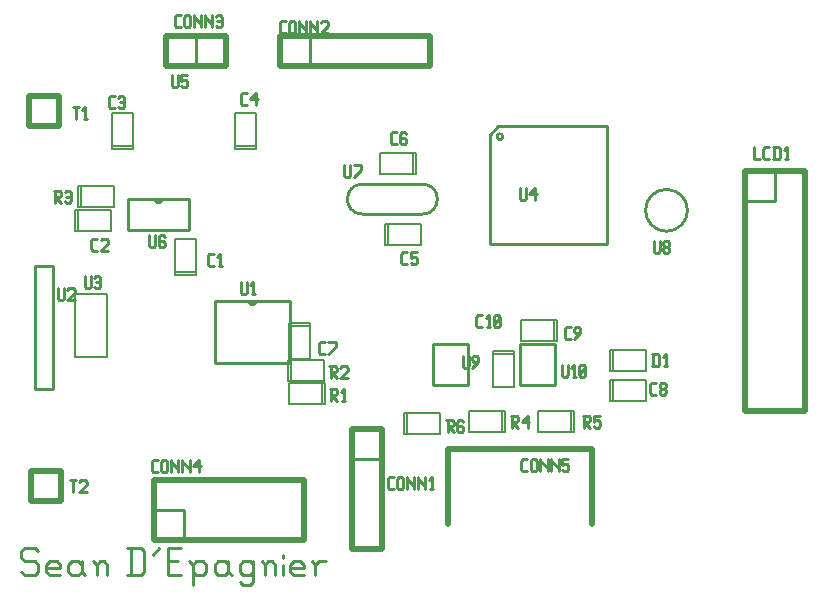
<source format=gbr>
G04 start of page 7 for group -4079 idx -4079
G04 Title: (unknown), topsilk *
G04 Creator: pcb 20070208 *
G04 CreationDate: Fri Sep 21 18:13:03 2007 UTC *
G04 For: sean *
G04 Format: Gerber/RS-274X *
G04 PCB-Dimensions: 266220 195850 *
G04 PCB-Coordinate-Origin: lower left *
%MOIN*%
%FSLAX24Y24*%
%LNFRONTSILK*%
%ADD11C,0.0100*%
%ADD21C,0.0200*%
%ADD44C,0.0080*%
%ADD45C,0.0060*%
G54D11*X544Y1338D02*X657Y1224D01*
X203Y1338D02*X544D01*
X90Y1224D02*X203Y1338D01*
X90Y1224D02*Y997D01*
X203Y884D01*
X544D01*
X657Y770D01*
Y543D01*
X544Y430D02*X657Y543D01*
X203Y430D02*X544D01*
X90Y543D02*X203Y430D01*
X1043D02*X1384D01*
X930Y543D02*X1043Y430D01*
X930Y770D02*Y543D01*
Y770D02*X1043Y884D01*
X1270D01*
X1384Y770D01*
X930Y657D02*X1384D01*
Y770D02*Y657D01*
X1997Y884D02*X2110Y770D01*
X1770Y884D02*X1997D01*
X1656Y770D02*X1770Y884D01*
X1656Y770D02*Y543D01*
X1770Y430D01*
X2110Y884D02*Y543D01*
X2224Y430D01*
X1770D02*X1997D01*
X2110Y543D01*
X2610Y770D02*Y430D01*
Y770D02*X2723Y884D01*
X2837D01*
X2950Y770D01*
Y430D01*
X2496Y884D02*X2610Y770D01*
X3745Y1338D02*Y430D01*
X4086Y1338D02*X4199Y1224D01*
Y543D01*
X4086Y430D02*X4199Y543D01*
X3632Y430D02*X4086D01*
X3632Y1338D02*X4086D01*
X4472Y1111D02*X4699Y1338D01*
X4971Y884D02*X5312D01*
X4971Y430D02*X5425D01*
X4971Y1338D02*Y430D01*
Y1338D02*X5425D01*
X5811Y770D02*Y89D01*
X5698Y884D02*X5811Y770D01*
X5925Y884D01*
X6152D01*
X6265Y770D01*
Y543D01*
X6152Y430D02*X6265Y543D01*
X5925Y430D02*X6152D01*
X5811Y543D02*X5925Y430D01*
X6879Y884D02*X6992Y770D01*
X6652Y884D02*X6879D01*
X6538Y770D02*X6652Y884D01*
X6538Y770D02*Y543D01*
X6652Y430D01*
X6992Y884D02*Y543D01*
X7106Y430D01*
X6652D02*X6879D01*
X6992Y543D01*
X7719Y884D02*X7832Y770D01*
X7492Y884D02*X7719D01*
X7378Y770D02*X7492Y884D01*
X7378Y770D02*Y543D01*
X7492Y430D01*
X7719D01*
X7832Y543D01*
X7378Y203D02*X7492Y89D01*
X7719D01*
X7832Y203D01*
Y884D02*Y203D01*
X8218Y770D02*Y430D01*
Y770D02*X8332Y884D01*
X8445D01*
X8559Y770D01*
Y430D01*
X8105Y884D02*X8218Y770D01*
X8831Y1111D02*Y997D01*
Y770D02*Y430D01*
X9172D02*X9513D01*
X9059Y543D02*X9172Y430D01*
X9059Y770D02*Y543D01*
Y770D02*X9172Y884D01*
X9399D01*
X9513Y770D01*
X9059Y657D02*X9513D01*
Y770D02*Y657D01*
X9899Y770D02*Y430D01*
Y770D02*X10012Y884D01*
X10239D01*
X9785D02*X9899Y770D01*
X1150Y10735D02*X550D01*
X1150Y6635D02*Y10735D01*
X550Y6635D02*X1150D01*
X550Y10735D02*Y6635D01*
G54D44*X1974Y12581D02*Y11881D01*
X3074Y12581D02*X1874D01*
X3074Y11881D02*Y12581D01*
X1874Y11881D02*X3074D01*
X1874Y12581D02*Y11881D01*
X5200Y10535D02*X5900D01*
X5200Y11635D02*Y10435D01*
Y11635D02*X5900D01*
Y10435D01*
X5200D02*X5900D01*
G54D11*X3644Y11931D02*Y12951D01*
X5694Y11931D02*X3644D01*
X5694Y12951D02*Y11931D01*
X4544Y12951D02*X5694D01*
X3644D02*X4784D01*
X4544D02*G75*G03X4784Y12951I120J0D01*G01*
G54D44*X2074Y13381D02*Y12681D01*
X3174Y13381D02*X1974D01*
X3174Y12681D02*Y13381D01*
X1974Y12681D02*X3174D01*
X1974Y13381D02*Y12681D01*
G54D11*X5900Y17385D02*X6900D01*
X5900Y18385D02*Y17385D01*
G54D21*X6900Y18385D02*Y17385D01*
X4900D02*X6900D01*
X4900Y18385D02*Y17385D01*
Y18385D02*X6900D01*
G54D45*X1885Y7710D02*X2948D01*
Y9796D02*Y7710D01*
X1885Y9796D02*X2948D01*
X1885D02*Y7710D01*
G54D44*X18400Y5885D02*Y5185D01*
X17300D02*X18500D01*
X17300Y5885D02*Y5185D01*
Y5885D02*X18500D01*
Y5185D01*
X12950Y5835D02*Y5135D01*
X14050Y5835D02*X12850D01*
X14050Y5135D02*Y5835D01*
X12850Y5135D02*X14050D01*
X12850Y5835D02*Y5135D01*
X19800Y7935D02*Y7235D01*
X20900Y7935D02*X19700D01*
X20900Y7235D02*Y7935D01*
X19700Y7235D02*X20900D01*
X19700Y7935D02*Y7235D01*
G54D21*X14300Y4635D02*X19100D01*
X14300D02*Y2135D01*
X19100Y4635D02*Y2135D01*
G54D44*X19800Y6935D02*Y6235D01*
X19700Y6935D02*X20900D01*
Y6235D01*
X19700D02*X20900D01*
X19700Y6935D02*Y6235D01*
X15800Y7785D02*X16500D01*
Y7885D02*Y6685D01*
X15800D02*X16500D01*
X15800Y7885D02*Y6685D01*
Y7885D02*X16500D01*
X3124Y14731D02*X3824D01*
X3124Y15831D02*Y14631D01*
Y15831D02*X3824D01*
Y14631D01*
X3124D02*X3824D01*
G54D11*X1350Y15385D02*Y16385D01*
X350Y15385D02*X1350D01*
G54D21*Y16385D02*X350D01*
X1350Y15385D02*Y16385D01*
X350Y15385D02*X1350D01*
X350Y16385D02*Y15385D01*
G54D44*X7224Y14731D02*X7924D01*
X7224Y15831D02*Y14631D01*
Y15831D02*X7924D01*
Y14631D01*
X7224D02*X7924D01*
G54D11*X8700Y18385D02*X9700D01*
Y17385D01*
G54D21*X8700Y18385D02*Y17385D01*
Y18385D02*X13700D01*
Y17385D01*
X8700D02*X13700D01*
G54D11*X1400Y2885D02*Y3885D01*
X400Y2885D02*X1400D01*
G54D21*Y3885D02*X400D01*
X1400Y2885D02*Y3885D01*
X400Y2885D02*X1400D01*
X400Y3885D02*Y2885D01*
G54D11*X4500Y2585D02*X5500D01*
Y1585D01*
G54D21*X4500Y3585D02*Y1585D01*
Y3585D02*X9500D01*
Y1585D01*
X4500D02*X9500D01*
G54D44*X9074Y7581D02*Y6881D01*
X10174Y7581D02*X8974D01*
X10174Y6881D02*Y7581D01*
X8974Y6881D02*X10174D01*
X8974Y7581D02*Y6881D01*
X10100Y6835D02*Y6135D01*
X9000D02*X10200D01*
X9000Y6835D02*Y6135D01*
Y6835D02*X10200D01*
Y6135D01*
X9024Y8731D02*X9724D01*
Y8831D02*Y7631D01*
X9024D02*X9724D01*
X9024Y8831D02*Y7631D01*
Y8831D02*X9724D01*
G54D11*X6544Y7511D02*Y9551D01*
X9044Y7511D02*X6544D01*
X9044Y9551D02*Y7511D01*
X7674Y9551D02*X9044D01*
X6544D02*X7914D01*
X7674D02*G75*G03X7914Y9551I120J0D01*G01*
G54D44*X12300Y12135D02*Y11435D01*
X13400Y12135D02*X12200D01*
X13400Y11435D02*Y12135D01*
X12200Y11435D02*X13400D01*
X12200Y12135D02*Y11435D01*
G54D11*X11463Y12458D02*X13463D01*
X11463Y13458D02*X13463D01*
Y12458D02*G75*G03X13463Y13458I0J500D01*G01*
X11463D02*G75*G03X11463Y12458I0J-500D01*G01*
G54D44*X13159Y14489D02*Y13789D01*
X12059D02*X13259D01*
X12059Y14489D02*Y13789D01*
Y14489D02*X13259D01*
Y13789D01*
G54D11*X12100Y4285D02*Y5285D01*
X11100Y4285D02*X12100D01*
G54D21*Y5285D02*X11100D01*
X12100Y1285D02*Y5285D01*
X11100Y1285D02*X12100D01*
X11100Y5285D02*Y1285D01*
G54D44*X16100Y5885D02*Y5185D01*
X15000D02*X16200D01*
X15000Y5885D02*Y5185D01*
Y5885D02*X16200D01*
Y5185D01*
X17850Y8935D02*Y8235D01*
X16750D02*X17950D01*
X16750Y8935D02*Y8235D01*
Y8935D02*X17950D01*
Y8235D01*
G54D11*X16700Y8135D02*Y6745D01*
X17880D01*
Y8135D01*
X16700D01*
X13800D02*Y6745D01*
X14980D01*
Y8135D01*
X13800D01*
G54D21*X24200Y13885D02*Y5885D01*
X26200D01*
Y13885D01*
X24200D01*
G54D11*Y12885D02*X25200D01*
Y13885D01*
X22300Y12585D02*G75*G03X21600Y13285I-699J0D01*G01*
X21599Y11885D02*G75*G03X22300Y12585I0J700D01*G01*
X20900Y12585D02*G75*G03X21600Y11885I700J0D01*G01*
Y13285D02*G75*G03X20900Y12585I0J-700D01*G01*
X15700Y15105D02*X15980Y15385D01*
X15700Y11455D02*Y15105D01*
X19630Y11455D02*X15700D01*
X19630Y15385D02*Y11455D01*
X15980Y15385D02*X19630D01*
X15950Y15035D02*G75*G03X15950Y15035I100J0D01*G01*
X1300Y9988D02*Y9638D01*
X1350Y9588D01*
X1450D01*
X1500Y9638D01*
Y9988D02*Y9638D01*
X1620Y9938D02*X1670Y9988D01*
X1820D01*
X1870Y9938D01*
Y9838D01*
X1620Y9588D02*X1870Y9838D01*
X1620Y9588D02*X1870D01*
X2474Y11231D02*X2624D01*
X2424Y11281D02*X2474Y11231D01*
X2424Y11581D02*Y11281D01*
Y11581D02*X2474Y11631D01*
X2624D01*
X2744Y11581D02*X2794Y11631D01*
X2944D01*
X2994Y11581D01*
Y11481D01*
X2744Y11231D02*X2994Y11481D01*
X2744Y11231D02*X2994D01*
X6350Y10735D02*X6500D01*
X6300Y10785D02*X6350Y10735D01*
X6300Y11085D02*Y10785D01*
Y11085D02*X6350Y11135D01*
X6500D01*
X6670Y10735D02*X6770D01*
X6720Y11135D02*Y10735D01*
X6620Y11035D02*X6720Y11135D01*
X4353Y11759D02*Y11409D01*
X4403Y11359D01*
X4503D01*
X4553Y11409D01*
Y11759D02*Y11409D01*
X4823Y11759D02*X4873Y11709D01*
X4723Y11759D02*X4823D01*
X4673Y11709D02*X4723Y11759D01*
X4673Y11709D02*Y11409D01*
X4723Y11359D01*
X4823Y11559D02*X4873Y11509D01*
X4673Y11559D02*X4823D01*
X4723Y11359D02*X4823D01*
X4873Y11409D01*
Y11509D02*Y11409D01*
X2200Y10385D02*Y10035D01*
X2250Y9985D01*
X2350D01*
X2400Y10035D01*
Y10385D02*Y10035D01*
X2520Y10335D02*X2570Y10385D01*
X2670D01*
X2720Y10335D01*
Y10035D01*
X2670Y9985D02*X2720Y10035D01*
X2570Y9985D02*X2670D01*
X2520Y10035D02*X2570Y9985D01*
Y10185D02*X2720D01*
X7400D02*Y9835D01*
X7450Y9785D01*
X7550D01*
X7600Y9835D01*
Y10185D02*Y9835D01*
X7770Y9785D02*X7870D01*
X7820Y10185D02*Y9785D01*
X7720Y10085D02*X7820Y10185D01*
X24500Y14685D02*Y14285D01*
X24700D01*
X24870D02*X25020D01*
X24820Y14335D02*X24870Y14285D01*
X24820Y14635D02*Y14335D01*
Y14635D02*X24870Y14685D01*
X25020D01*
X25190D02*Y14285D01*
X25340Y14685D02*X25390Y14635D01*
Y14335D01*
X25340Y14285D02*X25390Y14335D01*
X25140Y14285D02*X25340D01*
X25140Y14685D02*X25340D01*
X25560Y14285D02*X25660D01*
X25610Y14685D02*Y14285D01*
X25510Y14585D02*X25610Y14685D01*
X5250Y18685D02*X5400D01*
X5200Y18735D02*X5250Y18685D01*
X5200Y19035D02*Y18735D01*
Y19035D02*X5250Y19085D01*
X5400D01*
X5520Y19035D02*Y18735D01*
Y19035D02*X5570Y19085D01*
X5670D01*
X5720Y19035D01*
Y18735D01*
X5670Y18685D02*X5720Y18735D01*
X5570Y18685D02*X5670D01*
X5520Y18735D02*X5570Y18685D01*
X5840Y19085D02*Y18685D01*
Y19085D02*Y19035D01*
X6090Y18785D01*
Y19085D02*Y18685D01*
X6210Y19085D02*Y18685D01*
Y19085D02*Y19035D01*
X6460Y18785D01*
Y19085D02*Y18685D01*
X6580Y19035D02*X6630Y19085D01*
X6730D01*
X6780Y19035D01*
Y18735D01*
X6730Y18685D02*X6780Y18735D01*
X6630Y18685D02*X6730D01*
X6580Y18735D02*X6630Y18685D01*
Y18885D02*X6780D01*
X7450Y16085D02*X7600D01*
X7400Y16135D02*X7450Y16085D01*
X7400Y16435D02*Y16135D01*
Y16435D02*X7450Y16485D01*
X7600D01*
X7720Y16285D02*X7920Y16485D01*
X7720Y16285D02*X7970D01*
X7920Y16485D02*Y16085D01*
X5100Y17085D02*Y16735D01*
X5150Y16685D01*
X5250D01*
X5300Y16735D01*
Y17085D02*Y16735D01*
X5420Y17085D02*X5620D01*
X5420D02*Y16885D01*
X5470Y16935D01*
X5570D01*
X5620Y16885D01*
Y16735D01*
X5570Y16685D02*X5620Y16735D01*
X5470Y16685D02*X5570D01*
X5420Y16735D02*X5470Y16685D01*
X8750Y18485D02*X8900D01*
X8700Y18535D02*X8750Y18485D01*
X8700Y18835D02*Y18535D01*
Y18835D02*X8750Y18885D01*
X8900D01*
X9020Y18835D02*Y18535D01*
Y18835D02*X9070Y18885D01*
X9170D01*
X9220Y18835D01*
Y18535D01*
X9170Y18485D02*X9220Y18535D01*
X9070Y18485D02*X9170D01*
X9020Y18535D02*X9070Y18485D01*
X9340Y18885D02*Y18485D01*
Y18885D02*Y18835D01*
X9590Y18585D01*
Y18885D02*Y18485D01*
X9710Y18885D02*Y18485D01*
Y18885D02*Y18835D01*
X9960Y18585D01*
Y18885D02*Y18485D01*
X10080Y18835D02*X10130Y18885D01*
X10280D01*
X10330Y18835D01*
Y18735D01*
X10080Y18485D02*X10330Y18735D01*
X10080Y18485D02*X10330D01*
X1174Y13231D02*X1374D01*
X1424Y13181D01*
Y13081D01*
X1374Y13031D02*X1424Y13081D01*
X1224Y13031D02*X1374D01*
X1224Y13231D02*Y12831D01*
Y13031D02*X1424Y12831D01*
X1544Y13181D02*X1594Y13231D01*
X1694D01*
X1744Y13181D01*
Y12881D01*
X1694Y12831D02*X1744Y12881D01*
X1594Y12831D02*X1694D01*
X1544Y12881D02*X1594Y12831D01*
Y13031D02*X1744D01*
X1800Y16035D02*X2000D01*
X1900D02*Y15635D01*
X2170D02*X2270D01*
X2220Y16035D02*Y15635D01*
X2120Y15935D02*X2220Y16035D01*
X3050Y15985D02*X3200D01*
X3000Y16035D02*X3050Y15985D01*
X3000Y16335D02*Y16035D01*
Y16335D02*X3050Y16385D01*
X3200D01*
X3320Y16335D02*X3370Y16385D01*
X3470D01*
X3520Y16335D01*
Y16035D01*
X3470Y15985D02*X3520Y16035D01*
X3370Y15985D02*X3470D01*
X3320Y16035D02*X3370Y15985D01*
Y16185D02*X3520D01*
X21176Y11567D02*Y11217D01*
X21226Y11167D01*
X21326D01*
X21376Y11217D01*
Y11567D02*Y11217D01*
X21496D02*X21546Y11167D01*
X21496Y11317D02*Y11217D01*
Y11317D02*X21546Y11367D01*
X21646D01*
X21696Y11317D01*
Y11217D01*
X21646Y11167D02*X21696Y11217D01*
X21546Y11167D02*X21646D01*
X21496Y11417D02*X21546Y11367D01*
X21496Y11517D02*Y11417D01*
Y11517D02*X21546Y11567D01*
X21646D01*
X21696Y11517D01*
Y11417D01*
X21646Y11367D02*X21696Y11417D01*
X16700Y13325D02*Y12975D01*
X16750Y12925D01*
X16850D01*
X16900Y12975D01*
Y13325D02*Y12975D01*
X17020Y13125D02*X17220Y13325D01*
X17020Y13125D02*X17270D01*
X17220Y13325D02*Y12925D01*
X12800Y10785D02*X12950D01*
X12750Y10835D02*X12800Y10785D01*
X12750Y11135D02*Y10835D01*
Y11135D02*X12800Y11185D01*
X12950D01*
X13070D02*X13270D01*
X13070D02*Y10985D01*
X13120Y11035D01*
X13220D01*
X13270Y10985D01*
Y10835D01*
X13220Y10785D02*X13270Y10835D01*
X13120Y10785D02*X13220D01*
X13070Y10835D02*X13120Y10785D01*
X10850Y14085D02*Y13735D01*
X10900Y13685D01*
X11000D01*
X11050Y13735D01*
Y14085D02*Y13735D01*
X11170Y13685D02*X11420Y13935D01*
Y14085D02*Y13935D01*
X11170Y14085D02*X11420D01*
X12450Y14785D02*X12600D01*
X12400Y14835D02*X12450Y14785D01*
X12400Y15135D02*Y14835D01*
Y15135D02*X12450Y15185D01*
X12600D01*
X12870D02*X12920Y15135D01*
X12770Y15185D02*X12870D01*
X12720Y15135D02*X12770Y15185D01*
X12720Y15135D02*Y14835D01*
X12770Y14785D01*
X12870Y14985D02*X12920Y14935D01*
X12720Y14985D02*X12870D01*
X12770Y14785D02*X12870D01*
X12920Y14835D01*
Y14935D02*Y14835D01*
X18800Y5735D02*X19000D01*
X19050Y5685D01*
Y5585D01*
X19000Y5535D02*X19050Y5585D01*
X18850Y5535D02*X19000D01*
X18850Y5735D02*Y5335D01*
Y5535D02*X19050Y5335D01*
X19170Y5735D02*X19370D01*
X19170D02*Y5535D01*
X19220Y5585D01*
X19320D01*
X19370Y5535D01*
Y5385D01*
X19320Y5335D02*X19370Y5385D01*
X19220Y5335D02*X19320D01*
X19170Y5385D02*X19220Y5335D01*
X14250Y5585D02*X14450D01*
X14500Y5535D01*
Y5435D01*
X14450Y5385D02*X14500Y5435D01*
X14300Y5385D02*X14450D01*
X14300Y5585D02*Y5185D01*
Y5385D02*X14500Y5185D01*
X14770Y5585D02*X14820Y5535D01*
X14670Y5585D02*X14770D01*
X14620Y5535D02*X14670Y5585D01*
X14620Y5535D02*Y5235D01*
X14670Y5185D01*
X14770Y5385D02*X14820Y5335D01*
X14620Y5385D02*X14770D01*
X14670Y5185D02*X14770D01*
X14820Y5235D01*
Y5335D02*Y5235D01*
X16400Y5735D02*X16600D01*
X16650Y5685D01*
Y5585D01*
X16600Y5535D02*X16650Y5585D01*
X16450Y5535D02*X16600D01*
X16450Y5735D02*Y5335D01*
Y5535D02*X16650Y5335D01*
X16770Y5535D02*X16970Y5735D01*
X16770Y5535D02*X17020D01*
X16970Y5735D02*Y5335D01*
X21150Y7785D02*Y7385D01*
X21300Y7785D02*X21350Y7735D01*
Y7435D01*
X21300Y7385D02*X21350Y7435D01*
X21100Y7385D02*X21300D01*
X21100Y7785D02*X21300D01*
X21520Y7385D02*X21620D01*
X21570Y7785D02*Y7385D01*
X21470Y7685D02*X21570Y7785D01*
X14800Y7735D02*Y7385D01*
X14850Y7335D01*
X14950D01*
X15000Y7385D01*
Y7735D02*Y7385D01*
X15120Y7335D02*X15320Y7535D01*
Y7685D02*Y7535D01*
X15270Y7735D02*X15320Y7685D01*
X15170Y7735D02*X15270D01*
X15120Y7685D02*X15170Y7735D01*
X15120Y7685D02*Y7585D01*
X15170Y7535D01*
X15320D01*
X10350Y7385D02*X10550D01*
X10600Y7335D01*
Y7235D01*
X10550Y7185D02*X10600Y7235D01*
X10400Y7185D02*X10550D01*
X10400Y7385D02*Y6985D01*
Y7185D02*X10600Y6985D01*
X10720Y7335D02*X10770Y7385D01*
X10920D01*
X10970Y7335D01*
Y7235D01*
X10720Y6985D02*X10970Y7235D01*
X10720Y6985D02*X10970D01*
X10376Y6638D02*X10576D01*
X10626Y6588D01*
Y6488D01*
X10576Y6438D02*X10626Y6488D01*
X10426Y6438D02*X10576D01*
X10426Y6638D02*Y6238D01*
Y6438D02*X10626Y6238D01*
X10796D02*X10896D01*
X10846Y6638D02*Y6238D01*
X10746Y6538D02*X10846Y6638D01*
X16800Y3885D02*X16950D01*
X16750Y3935D02*X16800Y3885D01*
X16750Y4235D02*Y3935D01*
Y4235D02*X16800Y4285D01*
X16950D01*
X17070Y4235D02*Y3935D01*
Y4235D02*X17120Y4285D01*
X17220D01*
X17270Y4235D01*
Y3935D01*
X17220Y3885D02*X17270Y3935D01*
X17120Y3885D02*X17220D01*
X17070Y3935D02*X17120Y3885D01*
X17390Y4285D02*Y3885D01*
Y4285D02*Y4235D01*
X17640Y3985D01*
Y4285D02*Y3885D01*
X17760Y4285D02*Y3885D01*
Y4285D02*Y4235D01*
X18010Y3985D01*
Y4285D02*Y3885D01*
X18130Y4285D02*X18330D01*
X18130D02*Y4085D01*
X18180Y4135D01*
X18280D01*
X18330Y4085D01*
Y3935D01*
X18280Y3885D02*X18330Y3935D01*
X18180Y3885D02*X18280D01*
X18130Y3935D02*X18180Y3885D01*
X12350Y3285D02*X12500D01*
X12300Y3335D02*X12350Y3285D01*
X12300Y3635D02*Y3335D01*
Y3635D02*X12350Y3685D01*
X12500D01*
X12620Y3635D02*Y3335D01*
Y3635D02*X12670Y3685D01*
X12770D01*
X12820Y3635D01*
Y3335D01*
X12770Y3285D02*X12820Y3335D01*
X12670Y3285D02*X12770D01*
X12620Y3335D02*X12670Y3285D01*
X12940Y3685D02*Y3285D01*
Y3685D02*Y3635D01*
X13190Y3385D01*
Y3685D02*Y3285D01*
X13310Y3685D02*Y3285D01*
Y3685D02*Y3635D01*
X13560Y3385D01*
Y3685D02*Y3285D01*
X13730D02*X13830D01*
X13780Y3685D02*Y3285D01*
X13680Y3585D02*X13780Y3685D01*
X21100Y6435D02*X21250D01*
X21050Y6485D02*X21100Y6435D01*
X21050Y6785D02*Y6485D01*
Y6785D02*X21100Y6835D01*
X21250D01*
X21370Y6485D02*X21420Y6435D01*
X21370Y6585D02*Y6485D01*
Y6585D02*X21420Y6635D01*
X21520D01*
X21570Y6585D01*
Y6485D01*
X21520Y6435D02*X21570Y6485D01*
X21420Y6435D02*X21520D01*
X21370Y6685D02*X21420Y6635D01*
X21370Y6785D02*Y6685D01*
Y6785D02*X21420Y6835D01*
X21520D01*
X21570Y6785D01*
Y6685D01*
X21520Y6635D02*X21570Y6685D01*
X18250Y8285D02*X18400D01*
X18200Y8335D02*X18250Y8285D01*
X18200Y8635D02*Y8335D01*
Y8635D02*X18250Y8685D01*
X18400D01*
X18520Y8285D02*X18720Y8485D01*
Y8635D02*Y8485D01*
X18670Y8685D02*X18720Y8635D01*
X18570Y8685D02*X18670D01*
X18520Y8635D02*X18570Y8685D01*
X18520Y8635D02*Y8535D01*
X18570Y8485D01*
X18720D01*
X18100Y7435D02*Y7085D01*
X18150Y7035D01*
X18250D01*
X18300Y7085D01*
Y7435D02*Y7085D01*
X18470Y7035D02*X18570D01*
X18520Y7435D02*Y7035D01*
X18420Y7335D02*X18520Y7435D01*
X18690Y7085D02*X18740Y7035D01*
X18690Y7385D02*Y7085D01*
Y7385D02*X18740Y7435D01*
X18840D01*
X18890Y7385D01*
Y7085D01*
X18840Y7035D02*X18890Y7085D01*
X18740Y7035D02*X18840D01*
X18690Y7135D02*X18890Y7335D01*
X10050Y7785D02*X10200D01*
X10000Y7835D02*X10050Y7785D01*
X10000Y8135D02*Y7835D01*
Y8135D02*X10050Y8185D01*
X10200D01*
X10320Y7785D02*X10570Y8035D01*
Y8185D02*Y8035D01*
X10320Y8185D02*X10570D01*
X15300Y8685D02*X15450D01*
X15250Y8735D02*X15300Y8685D01*
X15250Y9035D02*Y8735D01*
Y9035D02*X15300Y9085D01*
X15450D01*
X15620Y8685D02*X15720D01*
X15670Y9085D02*Y8685D01*
X15570Y8985D02*X15670Y9085D01*
X15840Y8735D02*X15890Y8685D01*
X15840Y9035D02*Y8735D01*
Y9035D02*X15890Y9085D01*
X15990D01*
X16040Y9035D01*
Y8735D01*
X15990Y8685D02*X16040Y8735D01*
X15890Y8685D02*X15990D01*
X15840Y8785D02*X16040Y8985D01*
X1700Y3585D02*X1900D01*
X1800D02*Y3185D01*
X2020Y3535D02*X2070Y3585D01*
X2220D01*
X2270Y3535D01*
Y3435D01*
X2020Y3185D02*X2270Y3435D01*
X2020Y3185D02*X2270D01*
X4490Y3845D02*X4640D01*
X4440Y3895D02*X4490Y3845D01*
X4440Y4195D02*Y3895D01*
Y4195D02*X4490Y4245D01*
X4640D01*
X4760Y4195D02*Y3895D01*
Y4195D02*X4810Y4245D01*
X4910D01*
X4960Y4195D01*
Y3895D01*
X4910Y3845D02*X4960Y3895D01*
X4810Y3845D02*X4910D01*
X4760Y3895D02*X4810Y3845D01*
X5080Y4245D02*Y3845D01*
Y4245D02*Y4195D01*
X5330Y3945D01*
Y4245D02*Y3845D01*
X5450Y4245D02*Y3845D01*
Y4245D02*Y4195D01*
X5700Y3945D01*
Y4245D02*Y3845D01*
X5820Y4045D02*X6020Y4245D01*
X5820Y4045D02*X6070D01*
X6020Y4245D02*Y3845D01*
M02*

</source>
